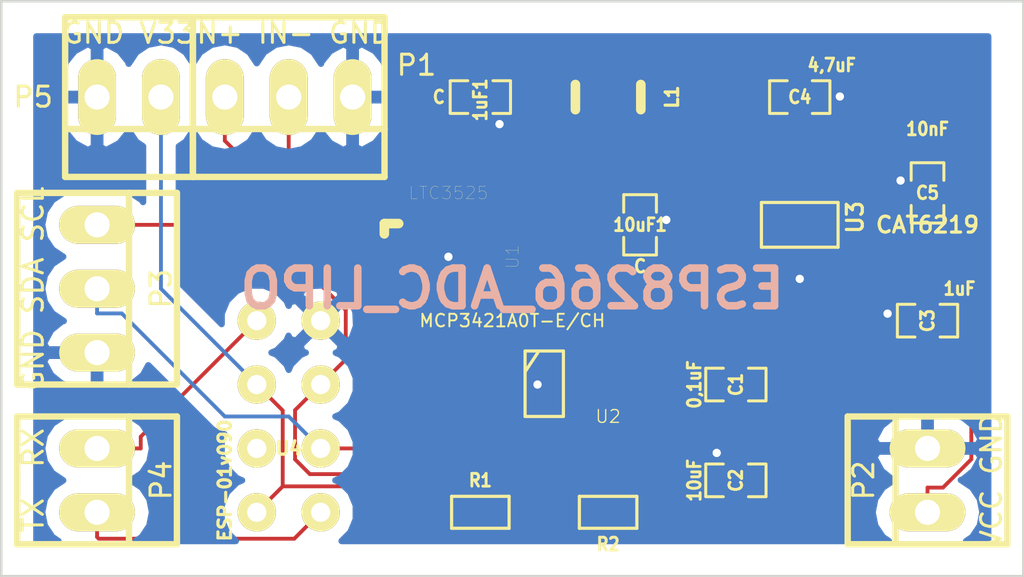
<source format=kicad_pcb>
(kicad_pcb (version 3) (host pcbnew "(2014-jan-25)-product")

  (general
    (links 44)
    (no_connects 0)
    (area 12.684743 163.779999 55.895257 186.740001)
    (thickness 1.6)
    (drawings 7)
    (tracks 134)
    (zones 0)
    (modules 19)
    (nets 14)
  )

  (page A4)
  (layers
    (15 F.Cu signal)
    (0 B.Cu signal)
    (16 B.Adhes user)
    (17 F.Adhes user)
    (18 B.Paste user)
    (19 F.Paste user)
    (20 B.SilkS user hide)
    (21 F.SilkS user hide)
    (22 B.Mask user)
    (23 F.Mask user hide)
    (24 Dwgs.User user)
    (25 Cmts.User user)
    (26 Eco1.User user)
    (27 Eco2.User user)
    (28 Edge.Cuts user)
  )

  (setup
    (last_trace_width 0.1524)
    (trace_clearance 0.1524)
    (zone_clearance 0.508)
    (zone_45_only no)
    (trace_min 0.1524)
    (segment_width 0.2)
    (edge_width 0.1)
    (via_size 0.6858)
    (via_drill 0.3302)
    (via_min_size 0.6858)
    (via_min_drill 0.3302)
    (uvia_size 0.762)
    (uvia_drill 0.508)
    (uvias_allowed no)
    (uvia_min_size 0)
    (uvia_min_drill 0)
    (pcb_text_width 0.3)
    (pcb_text_size 1.5 1.5)
    (mod_edge_width 0.15)
    (mod_text_size 1 1)
    (mod_text_width 0.15)
    (pad_size 1.5 1.5)
    (pad_drill 0.6)
    (pad_to_mask_clearance 0)
    (aux_axis_origin 0 0)
    (visible_elements FFFFFF7F)
    (pcbplotparams
      (layerselection 272400385)
      (usegerberextensions true)
      (excludeedgelayer true)
      (linewidth 0.150000)
      (plotframeref false)
      (viasonmask false)
      (mode 1)
      (useauxorigin false)
      (hpglpennumber 1)
      (hpglpenspeed 20)
      (hpglpendiameter 15)
      (hpglpenoverlay 2)
      (psnegative false)
      (psa4output false)
      (plotreference true)
      (plotvalue true)
      (plotothertext true)
      (plotinvisibletext false)
      (padsonsilk false)
      (subtractmaskfromsilk false)
      (outputformat 1)
      (mirror false)
      (drillshape 0)
      (scaleselection 1)
      (outputdirectory gerber))
  )

  (net 0 "")
  (net 1 GND)
  (net 2 /VIN33)
  (net 3 /ldo_output)
  (net 4 "Net-(C5-Pad1)")
  (net 5 "Net-(L1-Pad2)")
  (net 6 "Net-(U4-Pad5)")
  (net 7 /sda)
  (net 8 /scl)
  (net 9 /TX)
  (net 10 /RX)
  (net 11 /INPUT-)
  (net 12 /INPUT+)
  (net 13 VCC)

  (net_class Default "This is the default net class."
    (clearance 0.1524)
    (trace_width 0.1524)
    (via_dia 0.6858)
    (via_drill 0.3302)
    (uvia_dia 0.762)
    (uvia_drill 0.508)
    (add_net /INPUT+)
    (add_net /INPUT-)
    (add_net /RX)
    (add_net /TX)
    (add_net /VIN33)
    (add_net /ldo_output)
    (add_net /scl)
    (add_net /sda)
    (add_net GND)
    (add_net "Net-(C5-Pad1)")
    (add_net "Net-(L1-Pad2)")
    (add_net "Net-(U4-Pad5)")
    (add_net VCC)
  )

  (module SMD_Packages:SM0603_Capa (layer F.Cu) (tedit 57475258) (tstamp 574752C8)
    (at 43.18 182.88)
    (path /573A1CB1)
    (attr smd)
    (fp_text reference C2 (at 0 0 90) (layer F.SilkS)
      (effects (font (size 0.508 0.4572) (thickness 0.1143)))
    )
    (fp_text value 10uF (at -1.651 0 90) (layer F.SilkS)
      (effects (font (size 0.508 0.4572) (thickness 0.1143)))
    )
    (fp_line (start 0.50038 0.65024) (end 1.19888 0.65024) (layer F.SilkS) (width 0.11938))
    (fp_line (start -0.50038 0.65024) (end -1.19888 0.65024) (layer F.SilkS) (width 0.11938))
    (fp_line (start 0.50038 -0.65024) (end 1.19888 -0.65024) (layer F.SilkS) (width 0.11938))
    (fp_line (start -1.19888 -0.65024) (end -0.50038 -0.65024) (layer F.SilkS) (width 0.11938))
    (fp_line (start 1.19888 -0.635) (end 1.19888 0.635) (layer F.SilkS) (width 0.11938))
    (fp_line (start -1.19888 0.635) (end -1.19888 -0.635) (layer F.SilkS) (width 0.11938))
    (pad 1 smd rect (at -0.762 0) (size 0.635 1.143) (layers F.Cu F.Paste F.Mask)
      (net 1 GND))
    (pad 2 smd rect (at 0.762 0) (size 0.635 1.143) (layers F.Cu F.Paste F.Mask)
      (net 2 /VIN33))
    (model smd\capacitors\C0603.wrl
      (at (xyz 0 0 0.001))
      (scale (xyz 0.5 0.5 0.5))
      (rotate (xyz 0 0 0))
    )
  )

  (module SMD_Packages:SM0603_Capa (layer F.Cu) (tedit 574C9432) (tstamp 575202C1)
    (at 45.72 167.64 180)
    (path /5739F820)
    (attr smd)
    (fp_text reference C4 (at 0 0 360) (layer F.SilkS)
      (effects (font (size 0.508 0.4572) (thickness 0.1143)))
    )
    (fp_text value 4,7uF (at -1.27 1.27 360) (layer F.SilkS)
      (effects (font (size 0.508 0.4572) (thickness 0.1143)))
    )
    (fp_line (start 0.50038 0.65024) (end 1.19888 0.65024) (layer F.SilkS) (width 0.11938))
    (fp_line (start -0.50038 0.65024) (end -1.19888 0.65024) (layer F.SilkS) (width 0.11938))
    (fp_line (start 0.50038 -0.65024) (end 1.19888 -0.65024) (layer F.SilkS) (width 0.11938))
    (fp_line (start -1.19888 -0.65024) (end -0.50038 -0.65024) (layer F.SilkS) (width 0.11938))
    (fp_line (start 1.19888 -0.635) (end 1.19888 0.635) (layer F.SilkS) (width 0.11938))
    (fp_line (start -1.19888 0.635) (end -1.19888 -0.635) (layer F.SilkS) (width 0.11938))
    (pad 1 smd rect (at -0.762 0 180) (size 0.635 1.143) (layers F.Cu F.Paste F.Mask)
      (net 1 GND))
    (pad 2 smd rect (at 0.762 0 180) (size 0.635 1.143) (layers F.Cu F.Paste F.Mask)
      (net 3 /ldo_output))
    (model smd\capacitors\C0603.wrl
      (at (xyz 0 0 0.001))
      (scale (xyz 0.5 0.5 0.5))
      (rotate (xyz 0 0 0))
    )
  )

  (module Inductors_NEOSID:Neosid_Inductor_SM-NE30_SMD1210 (layer F.Cu) (tedit 574C943A) (tstamp 573E000A)
    (at 38.1 167.64 270)
    (descr "Neosid, Inductor, SM-NE30, SMD1210, Festinduktivitaet, SMD,")
    (tags "Neosid, Inductor, SM-NE30, SMD1210, Festinduktivitaet, SMD,")
    (path /575C568B)
    (attr smd)
    (fp_text reference L1 (at 0 -2.54 450) (layer F.SilkS)
      (effects (font (size 0.5 0.5) (thickness 0.15)))
    )
    (fp_text value 10uH (at 0 3.2004 270) (layer F.SilkS) hide
      (effects (font (thickness 0.3048)))
    )
    (fp_line (start 0.50038 1.30048) (end -0.50038 1.30048) (layer F.SilkS) (width 0.381))
    (fp_line (start 0.50038 -1.30048) (end -0.50038 -1.30048) (layer F.SilkS) (width 0.381))
    (pad 2 smd rect (at 1.6002 0 270) (size 1.00076 1.89992) (layers F.Cu F.Paste F.Mask)
      (net 5 "Net-(L1-Pad2)"))
    (pad 1 smd rect (at -1.6002 0 270) (size 1.00076 1.89992) (layers F.Cu F.Paste F.Mask)
      (net 3 /ldo_output))
  )

  (module SMD_Packages:SM0603 (layer F.Cu) (tedit 574C949D) (tstamp 57448FB7)
    (at 33.02 184.15)
    (path /573A1D51)
    (attr smd)
    (fp_text reference R1 (at 0 -1.27) (layer F.SilkS)
      (effects (font (size 0.508 0.4572) (thickness 0.1143)))
    )
    (fp_text value 10k (at 0 0) (layer F.SilkS) hide
      (effects (font (size 0.508 0.4572) (thickness 0.1143)))
    )
    (fp_line (start -1.143 -0.635) (end 1.143 -0.635) (layer F.SilkS) (width 0.127))
    (fp_line (start 1.143 -0.635) (end 1.143 0.635) (layer F.SilkS) (width 0.127))
    (fp_line (start 1.143 0.635) (end -1.143 0.635) (layer F.SilkS) (width 0.127))
    (fp_line (start -1.143 0.635) (end -1.143 -0.635) (layer F.SilkS) (width 0.127))
    (pad 1 smd rect (at -0.762 0) (size 0.635 1.143) (layers F.Cu F.Paste F.Mask)
      (net 2 /VIN33))
    (pad 2 smd rect (at 0.762 0) (size 0.635 1.143) (layers F.Cu F.Paste F.Mask)
      (net 8 /scl))
    (model smd\resistors\R0603.wrl
      (at (xyz 0 0 0.001))
      (scale (xyz 0.5 0.5 0.5))
      (rotate (xyz 0 0 0))
    )
  )

  (module SMD_Packages:SM0603 (layer F.Cu) (tedit 574C9498) (tstamp 57448FC2)
    (at 38.1 184.15 180)
    (path /573A1D65)
    (attr smd)
    (fp_text reference R2 (at 0 -1.27 360) (layer F.SilkS)
      (effects (font (size 0.508 0.4572) (thickness 0.1143)))
    )
    (fp_text value 10k (at 0 0 180) (layer F.SilkS) hide
      (effects (font (size 0.508 0.4572) (thickness 0.1143)))
    )
    (fp_line (start -1.143 -0.635) (end 1.143 -0.635) (layer F.SilkS) (width 0.127))
    (fp_line (start 1.143 -0.635) (end 1.143 0.635) (layer F.SilkS) (width 0.127))
    (fp_line (start 1.143 0.635) (end -1.143 0.635) (layer F.SilkS) (width 0.127))
    (fp_line (start -1.143 0.635) (end -1.143 -0.635) (layer F.SilkS) (width 0.127))
    (pad 1 smd rect (at -0.762 0 180) (size 0.635 1.143) (layers F.Cu F.Paste F.Mask)
      (net 2 /VIN33))
    (pad 2 smd rect (at 0.762 0 180) (size 0.635 1.143) (layers F.Cu F.Paste F.Mask)
      (net 7 /sda))
    (model smd\resistors\R0603.wrl
      (at (xyz 0 0 0.001))
      (scale (xyz 0.5 0.5 0.5))
      (rotate (xyz 0 0 0))
    )
  )

  (module SMD_Packages:SOT23_6 (layer F.Cu) (tedit 574C95A4) (tstamp 57448FAC)
    (at 35.56 179.07 270)
    (path /5738C96E)
    (fp_text reference U2 (at 1.27 -2.54 360) (layer F.SilkS)
      (effects (font (size 0.508 0.508) (thickness 0.0508)))
    )
    (fp_text value MCP3421A0T-E/CH (at -2.54 1.27 360) (layer F.SilkS)
      (effects (font (size 0.50038 0.50038) (thickness 0.0762)))
    )
    (fp_line (start -0.508 0.762) (end -1.27 0.254) (layer F.SilkS) (width 0.127))
    (fp_line (start 1.27 0.762) (end -1.3335 0.762) (layer F.SilkS) (width 0.127))
    (fp_line (start -1.3335 0.762) (end -1.3335 -0.762) (layer F.SilkS) (width 0.127))
    (fp_line (start -1.3335 -0.762) (end 1.27 -0.762) (layer F.SilkS) (width 0.127))
    (fp_line (start 1.27 -0.762) (end 1.27 0.762) (layer F.SilkS) (width 0.127))
    (pad 6 smd rect (at -0.9525 -1.27 270) (size 0.70104 1.00076) (layers F.Cu F.Paste F.Mask)
      (net 11 /INPUT-))
    (pad 5 smd rect (at 0 -1.27 270) (size 0.70104 1.00076) (layers F.Cu F.Paste F.Mask)
      (net 2 /VIN33))
    (pad 4 smd rect (at 0.9525 -1.27 270) (size 0.70104 1.00076) (layers F.Cu F.Paste F.Mask)
      (net 7 /sda))
    (pad 3 smd rect (at 0.9525 1.27 270) (size 0.70104 1.00076) (layers F.Cu F.Paste F.Mask)
      (net 8 /scl))
    (pad 2 smd rect (at 0 1.27 270) (size 0.70104 1.00076) (layers F.Cu F.Paste F.Mask)
      (net 1 GND))
    (pad 1 smd rect (at -0.9525 1.27 270) (size 0.70104 1.00076) (layers F.Cu F.Paste F.Mask)
      (net 12 /INPUT+))
    (model smd/SOT23_6.wrl
      (at (xyz 0 0 0))
      (scale (xyz 0.11 0.11 0.11))
      (rotate (xyz 0 0 0))
    )
  )

  (module SMD_Packages:SOT23-5 (layer F.Cu) (tedit 574C9447) (tstamp 574DD7F1)
    (at 45.72 172.72)
    (path /5738CCB8)
    (attr smd)
    (fp_text reference U3 (at 2.19964 -0.29972 90) (layer F.SilkS)
      (effects (font (size 0.635 0.635) (thickness 0.127)))
    )
    (fp_text value CAT6219 (at 5.08 0 180) (layer F.SilkS)
      (effects (font (size 0.635 0.635) (thickness 0.127)))
    )
    (fp_line (start 1.524 -0.889) (end 1.524 0.889) (layer F.SilkS) (width 0.127))
    (fp_line (start 1.524 0.889) (end -1.524 0.889) (layer F.SilkS) (width 0.127))
    (fp_line (start -1.524 0.889) (end -1.524 -0.889) (layer F.SilkS) (width 0.127))
    (fp_line (start -1.524 -0.889) (end 1.524 -0.889) (layer F.SilkS) (width 0.127))
    (pad 1 smd rect (at -0.9525 1.27) (size 0.508 0.762) (layers F.Cu F.Paste F.Mask)
      (net 13 VCC))
    (pad 3 smd rect (at 0.9525 1.27) (size 0.508 0.762) (layers F.Cu F.Paste F.Mask)
      (net 13 VCC))
    (pad 5 smd rect (at -0.9525 -1.27) (size 0.508 0.762) (layers F.Cu F.Paste F.Mask)
      (net 3 /ldo_output))
    (pad 2 smd rect (at 0 1.27) (size 0.508 0.762) (layers F.Cu F.Paste F.Mask)
      (net 1 GND))
    (pad 4 smd rect (at 0.9525 -1.27) (size 0.508 0.762) (layers F.Cu F.Paste F.Mask)
      (net 4 "Net-(C5-Pad1)"))
    (model smd/SOT23_5.wrl
      (at (xyz 0 0 0))
      (scale (xyz 0.1 0.1 0.1))
      (rotate (xyz 0 0 0))
    )
  )

  (module ESP01:ESP01 (layer F.Cu) (tedit 574F353D) (tstamp 573E0046)
    (at 25.4 180.34)
    (path /5738C95A)
    (fp_text reference U4 (at 0 1.27) (layer F.SilkS)
      (effects (font (size 0.508 0.508) (thickness 0.127)))
    )
    (fp_text value ESP-01v090 (at -2.54 2.54 90) (layer F.SilkS)
      (effects (font (size 0.5 0.5) (thickness 0.125)))
    )
    (pad 1 thru_hole circle (at -1.27 -3.81) (size 1.524 1.524) (drill 0.762) (layers *.Cu *.Mask F.SilkS)
      (net 10 /RX))
    (pad 2 thru_hole circle (at 1.27 -3.81) (size 1.524 1.524) (drill 0.762) (layers *.Cu *.Mask F.SilkS)
      (net 1 GND))
    (pad 3 thru_hole circle (at -1.27 -1.27) (size 1.524 1.524) (drill 0.762) (layers *.Cu *.Mask F.SilkS)
      (net 2 /VIN33))
    (pad 4 thru_hole circle (at 1.27 -1.27) (size 1.524 1.524) (drill 0.762) (layers *.Cu *.Mask F.SilkS)
      (net 8 /scl))
    (pad 5 thru_hole circle (at -1.27 1.27) (size 1.524 1.524) (drill 0.762) (layers *.Cu *.Mask F.SilkS)
      (net 6 "Net-(U4-Pad5)"))
    (pad 6 thru_hole circle (at 1.27 1.27) (size 1.524 1.524) (drill 0.762) (layers *.Cu *.Mask F.SilkS)
      (net 7 /sda))
    (pad 7 thru_hole circle (at -1.27 3.81) (size 1.524 1.524) (drill 0.762) (layers *.Cu *.Mask F.SilkS)
      (net 2 /VIN33))
    (pad 8 thru_hole circle (at 1.27 3.81) (size 1.524 1.524) (drill 0.762) (layers *.Cu *.Mask F.SilkS)
      (net 9 /TX))
  )

  (module Connect:PINHEAD1-2 (layer F.Cu) (tedit 575C7DE5) (tstamp 574F356C)
    (at 50.8 182.88 90)
    (path /57472654)
    (attr virtual)
    (fp_text reference P2 (at 0 -2.54 90) (layer F.SilkS)
      (effects (font (size 0.8 0.8) (thickness 0.12)))
    )
    (fp_text value "VCC GND" (at 0 2.54 90) (layer F.SilkS)
      (effects (font (size 0.8 0.8) (thickness 0.12)))
    )
    (fp_line (start 2.54 -1.27) (end -2.54 -1.27) (layer F.SilkS) (width 0.254))
    (fp_line (start 2.54 3.175) (end -2.54 3.175) (layer F.SilkS) (width 0.254))
    (fp_line (start -2.54 -3.175) (end 2.54 -3.175) (layer F.SilkS) (width 0.254))
    (fp_line (start -2.54 -3.175) (end -2.54 3.175) (layer F.SilkS) (width 0.254))
    (fp_line (start 2.54 -3.175) (end 2.54 3.175) (layer F.SilkS) (width 0.254))
    (pad 1 thru_hole oval (at -1.27 0 90) (size 1.50622 3.01498) (drill 0.99822) (layers *.Cu *.Mask F.SilkS)
      (net 13 VCC))
    (pad 2 thru_hole oval (at 1.27 0 90) (size 1.50622 3.01498) (drill 0.99822) (layers *.Cu *.Mask F.SilkS)
      (net 1 GND))
  )

  (module Connect:PINHEAD1-3 (layer F.Cu) (tedit 575C7DCF) (tstamp 574B563E)
    (at 17.78 175.26 270)
    (path /574B347B)
    (attr virtual)
    (fp_text reference P3 (at 0 -2.54 270) (layer F.SilkS)
      (effects (font (size 0.8 0.8) (thickness 0.12)))
    )
    (fp_text value "GND SDA SCL" (at 0 2.54 270) (layer F.SilkS)
      (effects (font (size 0.8 0.8) (thickness 0.12)))
    )
    (fp_line (start -3.81 -3.175) (end -3.81 3.175) (layer F.SilkS) (width 0.254))
    (fp_line (start 3.81 -3.175) (end 3.81 3.175) (layer F.SilkS) (width 0.254))
    (fp_line (start 3.81 -1.27) (end -3.81 -1.27) (layer F.SilkS) (width 0.254))
    (fp_line (start -3.81 -3.175) (end 3.81 -3.175) (layer F.SilkS) (width 0.254))
    (fp_line (start 3.81 3.175) (end -3.81 3.175) (layer F.SilkS) (width 0.254))
    (pad 1 thru_hole oval (at -2.54 0 270) (size 1.50622 3.01498) (drill 0.99822) (layers *.Cu *.Mask F.SilkS)
      (net 8 /scl))
    (pad 2 thru_hole oval (at 0 0 270) (size 1.50622 3.01498) (drill 0.99822) (layers *.Cu *.Mask F.SilkS)
      (net 7 /sda))
    (pad 3 thru_hole oval (at 2.54 0 270) (size 1.50622 3.01498) (drill 0.99822) (layers *.Cu *.Mask F.SilkS)
      (net 1 GND))
  )

  (module Connect:PINHEAD1-2 (layer F.Cu) (tedit 575C7DD9) (tstamp 574B5649)
    (at 17.78 182.88 270)
    (path /574B5592)
    (attr virtual)
    (fp_text reference P4 (at 0 -2.54 270) (layer F.SilkS)
      (effects (font (size 0.8 0.8) (thickness 0.12)))
    )
    (fp_text value "TX  RX" (at 0 2.54 270) (layer F.SilkS)
      (effects (font (size 0.8 0.8) (thickness 0.12)))
    )
    (fp_line (start 2.54 -1.27) (end -2.54 -1.27) (layer F.SilkS) (width 0.254))
    (fp_line (start 2.54 3.175) (end -2.54 3.175) (layer F.SilkS) (width 0.254))
    (fp_line (start -2.54 -3.175) (end 2.54 -3.175) (layer F.SilkS) (width 0.254))
    (fp_line (start -2.54 -3.175) (end -2.54 3.175) (layer F.SilkS) (width 0.254))
    (fp_line (start 2.54 -3.175) (end 2.54 3.175) (layer F.SilkS) (width 0.254))
    (pad 1 thru_hole oval (at -1.27 0 270) (size 1.50622 3.01498) (drill 0.99822) (layers *.Cu *.Mask F.SilkS)
      (net 10 /RX))
    (pad 2 thru_hole oval (at 1.27 0 270) (size 1.50622 3.01498) (drill 0.99822) (layers *.Cu *.Mask F.SilkS)
      (net 9 /TX))
  )

  (module Connect:PINHEAD1-2 (layer F.Cu) (tedit 575C7DA8) (tstamp 574B5654)
    (at 19.05 167.64 180)
    (path /574B55AA)
    (attr virtual)
    (fp_text reference P5 (at 3.81 0 180) (layer F.SilkS)
      (effects (font (size 0.8 0.8) (thickness 0.12)))
    )
    (fp_text value "GND V33" (at 0 2.54 180) (layer F.SilkS)
      (effects (font (size 0.8 0.8) (thickness 0.12)))
    )
    (fp_line (start 2.54 -1.27) (end -2.54 -1.27) (layer F.SilkS) (width 0.254))
    (fp_line (start 2.54 3.175) (end -2.54 3.175) (layer F.SilkS) (width 0.254))
    (fp_line (start -2.54 -3.175) (end 2.54 -3.175) (layer F.SilkS) (width 0.254))
    (fp_line (start -2.54 -3.175) (end -2.54 3.175) (layer F.SilkS) (width 0.254))
    (fp_line (start 2.54 -3.175) (end 2.54 3.175) (layer F.SilkS) (width 0.254))
    (pad 1 thru_hole oval (at -1.27 0 180) (size 1.50622 3.01498) (drill 0.99822) (layers *.Cu *.Mask F.SilkS)
      (net 2 /VIN33))
    (pad 2 thru_hole oval (at 1.27 0 180) (size 1.50622 3.01498) (drill 0.99822) (layers *.Cu *.Mask F.SilkS)
      (net 1 GND))
  )

  (module Connect:PINHEAD1-3 (layer F.Cu) (tedit 575C7DBD) (tstamp 574F3591)
    (at 25.4 167.64 180)
    (path /574727C8)
    (attr virtual)
    (fp_text reference P1 (at -5.08 1.27 180) (layer F.SilkS)
      (effects (font (size 0.8 0.8) (thickness 0.12)))
    )
    (fp_text value "IN+ IN- GND" (at 0 2.54 180) (layer F.SilkS)
      (effects (font (size 0.8 0.8) (thickness 0.12)))
    )
    (fp_line (start -3.81 -3.175) (end -3.81 3.175) (layer F.SilkS) (width 0.254))
    (fp_line (start 3.81 -3.175) (end 3.81 3.175) (layer F.SilkS) (width 0.254))
    (fp_line (start 3.81 -1.27) (end -3.81 -1.27) (layer F.SilkS) (width 0.254))
    (fp_line (start -3.81 -3.175) (end 3.81 -3.175) (layer F.SilkS) (width 0.254))
    (fp_line (start 3.81 3.175) (end -3.81 3.175) (layer F.SilkS) (width 0.254))
    (pad 1 thru_hole oval (at -2.54 0 180) (size 1.50622 3.01498) (drill 0.99822) (layers *.Cu *.Mask F.SilkS)
      (net 1 GND))
    (pad 2 thru_hole oval (at 0 0 180) (size 1.50622 3.01498) (drill 0.99822) (layers *.Cu *.Mask F.SilkS)
      (net 11 /INPUT-))
    (pad 3 thru_hole oval (at 2.54 0 180) (size 1.50622 3.01498) (drill 0.99822) (layers *.Cu *.Mask F.SilkS)
      (net 12 /INPUT+))
  )

  (module SMD_Packages:SM0603_Capa (layer F.Cu) (tedit 574C6C2C) (tstamp 573DFFBA)
    (at 43.18 179.07)
    (path /573A1C9D)
    (attr smd)
    (fp_text reference C1 (at 0 0 90) (layer F.SilkS)
      (effects (font (size 0.508 0.4572) (thickness 0.1143)))
    )
    (fp_text value 0,1uF (at -1.651 0 90) (layer F.SilkS)
      (effects (font (size 0.508 0.4572) (thickness 0.1143)))
    )
    (fp_line (start 0.50038 0.65024) (end 1.19888 0.65024) (layer F.SilkS) (width 0.11938))
    (fp_line (start -0.50038 0.65024) (end -1.19888 0.65024) (layer F.SilkS) (width 0.11938))
    (fp_line (start 0.50038 -0.65024) (end 1.19888 -0.65024) (layer F.SilkS) (width 0.11938))
    (fp_line (start -1.19888 -0.65024) (end -0.50038 -0.65024) (layer F.SilkS) (width 0.11938))
    (fp_line (start 1.19888 -0.635) (end 1.19888 0.635) (layer F.SilkS) (width 0.11938))
    (fp_line (start -1.19888 0.635) (end -1.19888 -0.635) (layer F.SilkS) (width 0.11938))
    (pad 1 smd rect (at -0.762 0) (size 0.635 1.143) (layers F.Cu F.Paste F.Mask)
      (net 1 GND))
    (pad 2 smd rect (at 0.762 0) (size 0.635 1.143) (layers F.Cu F.Paste F.Mask)
      (net 2 /VIN33))
    (model smd\capacitors\C0603.wrl
      (at (xyz 0 0 0.001))
      (scale (xyz 0.5 0.5 0.5))
      (rotate (xyz 0 0 0))
    )
  )

  (module SMD_Packages:SM0603_Capa (layer F.Cu) (tedit 574C95AE) (tstamp 575202F3)
    (at 50.8 176.53)
    (path /5739F80C)
    (attr smd)
    (fp_text reference C3 (at 0 0 90) (layer F.SilkS)
      (effects (font (size 0.508 0.4572) (thickness 0.1143)))
    )
    (fp_text value 1uF (at 1.27 -1.27 180) (layer F.SilkS)
      (effects (font (size 0.508 0.4572) (thickness 0.1143)))
    )
    (fp_line (start 0.50038 0.65024) (end 1.19888 0.65024) (layer F.SilkS) (width 0.11938))
    (fp_line (start -0.50038 0.65024) (end -1.19888 0.65024) (layer F.SilkS) (width 0.11938))
    (fp_line (start 0.50038 -0.65024) (end 1.19888 -0.65024) (layer F.SilkS) (width 0.11938))
    (fp_line (start -1.19888 -0.65024) (end -0.50038 -0.65024) (layer F.SilkS) (width 0.11938))
    (fp_line (start 1.19888 -0.635) (end 1.19888 0.635) (layer F.SilkS) (width 0.11938))
    (fp_line (start -1.19888 0.635) (end -1.19888 -0.635) (layer F.SilkS) (width 0.11938))
    (pad 1 smd rect (at -0.762 0) (size 0.635 1.143) (layers F.Cu F.Paste F.Mask)
      (net 1 GND))
    (pad 2 smd rect (at 0.762 0) (size 0.635 1.143) (layers F.Cu F.Paste F.Mask)
      (net 13 VCC))
    (model smd\capacitors\C0603.wrl
      (at (xyz 0 0 0.001))
      (scale (xyz 0.5 0.5 0.5))
      (rotate (xyz 0 0 0))
    )
  )

  (module SMD_Packages:SM0603_Capa (layer F.Cu) (tedit 574F3528) (tstamp 573E199D)
    (at 50.8 171.45 90)
    (path /5739F988)
    (attr smd)
    (fp_text reference C5 (at 0 0 180) (layer F.SilkS)
      (effects (font (size 0.508 0.4572) (thickness 0.1143)))
    )
    (fp_text value 10nF (at 2.54 0 180) (layer F.SilkS)
      (effects (font (size 0.508 0.4572) (thickness 0.1143)))
    )
    (fp_line (start 0.50038 0.65024) (end 1.19888 0.65024) (layer F.SilkS) (width 0.11938))
    (fp_line (start -0.50038 0.65024) (end -1.19888 0.65024) (layer F.SilkS) (width 0.11938))
    (fp_line (start 0.50038 -0.65024) (end 1.19888 -0.65024) (layer F.SilkS) (width 0.11938))
    (fp_line (start -1.19888 -0.65024) (end -0.50038 -0.65024) (layer F.SilkS) (width 0.11938))
    (fp_line (start 1.19888 -0.635) (end 1.19888 0.635) (layer F.SilkS) (width 0.11938))
    (fp_line (start -1.19888 0.635) (end -1.19888 -0.635) (layer F.SilkS) (width 0.11938))
    (pad 1 smd rect (at -0.762 0 90) (size 0.635 1.143) (layers F.Cu F.Paste F.Mask)
      (net 4 "Net-(C5-Pad1)"))
    (pad 2 smd rect (at 0.762 0 90) (size 0.635 1.143) (layers F.Cu F.Paste F.Mask)
      (net 1 GND))
    (model smd\capacitors\C0603.wrl
      (at (xyz 0 0 0.001))
      (scale (xyz 0.5 0.5 0.5))
      (rotate (xyz 0 0 0))
    )
  )

  (module SMD_Packages:SM0603_Capa (layer F.Cu) (tedit 575D1A12) (tstamp 575C5D64)
    (at 33.02 167.64)
    (path /575C575F)
    (attr smd)
    (fp_text reference 1uF1 (at 0 0.109999 90) (layer F.SilkS)
      (effects (font (size 0.508 0.4572) (thickness 0.1143)))
    )
    (fp_text value C (at -1.651 0 180) (layer F.SilkS)
      (effects (font (size 0.508 0.4572) (thickness 0.1143)))
    )
    (fp_line (start 0.50038 0.65024) (end 1.19888 0.65024) (layer F.SilkS) (width 0.11938))
    (fp_line (start -0.50038 0.65024) (end -1.19888 0.65024) (layer F.SilkS) (width 0.11938))
    (fp_line (start 0.50038 -0.65024) (end 1.19888 -0.65024) (layer F.SilkS) (width 0.11938))
    (fp_line (start -1.19888 -0.65024) (end -0.50038 -0.65024) (layer F.SilkS) (width 0.11938))
    (fp_line (start 1.19888 -0.635) (end 1.19888 0.635) (layer F.SilkS) (width 0.11938))
    (fp_line (start -1.19888 0.635) (end -1.19888 -0.635) (layer F.SilkS) (width 0.11938))
    (pad 1 smd rect (at -0.762 0) (size 0.635 1.143) (layers F.Cu F.Paste F.Mask)
      (net 3 /ldo_output))
    (pad 2 smd rect (at 0.762 0) (size 0.635 1.143) (layers F.Cu F.Paste F.Mask)
      (net 1 GND))
    (model smd\capacitors\C0603.wrl
      (at (xyz 0 0 0.001))
      (scale (xyz 0.5 0.5 0.5))
      (rotate (xyz 0 0 0))
    )
  )

  (module SMD_Packages:SM0603_Capa (layer F.Cu) (tedit 575C5D55) (tstamp 575C5D70)
    (at 39.37 172.72 90)
    (path /575C57F8)
    (attr smd)
    (fp_text reference 10uF1 (at 0 0 180) (layer F.SilkS)
      (effects (font (size 0.508 0.4572) (thickness 0.1143)))
    )
    (fp_text value C (at -1.651 0 180) (layer F.SilkS)
      (effects (font (size 0.508 0.4572) (thickness 0.1143)))
    )
    (fp_line (start 0.50038 0.65024) (end 1.19888 0.65024) (layer F.SilkS) (width 0.11938))
    (fp_line (start -0.50038 0.65024) (end -1.19888 0.65024) (layer F.SilkS) (width 0.11938))
    (fp_line (start 0.50038 -0.65024) (end 1.19888 -0.65024) (layer F.SilkS) (width 0.11938))
    (fp_line (start -1.19888 -0.65024) (end -0.50038 -0.65024) (layer F.SilkS) (width 0.11938))
    (fp_line (start 1.19888 -0.635) (end 1.19888 0.635) (layer F.SilkS) (width 0.11938))
    (fp_line (start -1.19888 0.635) (end -1.19888 -0.635) (layer F.SilkS) (width 0.11938))
    (pad 1 smd rect (at -0.762 0 90) (size 0.635 1.143) (layers F.Cu F.Paste F.Mask)
      (net 2 /VIN33))
    (pad 2 smd rect (at 0.762 0 90) (size 0.635 1.143) (layers F.Cu F.Paste F.Mask)
      (net 1 GND))
    (model smd\capacitors\C0603.wrl
      (at (xyz 0 0 0.001))
      (scale (xyz 0.5 0.5 0.5))
      (rotate (xyz 0 0 0))
    )
  )

  (module Housings_SOT-23_SOT-143_TSOT-6:SC70-6_Handsoldering (layer F.Cu) (tedit 575C5DA0) (tstamp 575C5D7C)
    (at 31.75 173.99 270)
    (descr "SC70-6, Handsoldering,")
    (tags "SC70-6, Handsoldering,")
    (path /575C5589)
    (attr smd)
    (fp_text reference U1 (at 0 -2.54 270) (layer F.SilkS)
      (effects (font (size 0.5 0.5) (thickness 0.01)))
    )
    (fp_text value LTC3525 (at -2.54 0 360) (layer F.SilkS)
      (effects (font (size 0.5 0.5) (thickness 0.01)))
    )
    (fp_line (start -1.3208 1.97866) (end -1.3208 2.54762) (layer F.SilkS) (width 0.381))
    (fp_line (start -1.3208 2.54762) (end -0.90932 2.54762) (layer F.SilkS) (width 0.381))
    (pad 1 smd rect (at -0.65024 1.33096 270) (size 0.39878 1.50114) (layers F.Cu F.Paste F.Mask)
      (net 3 /ldo_output))
    (pad 2 smd rect (at 0 1.33096 270) (size 0.39878 1.50114) (layers F.Cu F.Paste F.Mask)
      (net 1 GND))
    (pad 3 smd rect (at 0.65024 1.33096 270) (size 0.39878 1.50114) (layers F.Cu F.Paste F.Mask)
      (net 3 /ldo_output))
    (pad 4 smd rect (at 0.65024 -1.33096 270) (size 0.39878 1.50114) (layers F.Cu F.Paste F.Mask)
      (net 2 /VIN33))
    (pad 5 smd rect (at 0 -1.33096 270) (size 0.39878 1.50114) (layers F.Cu F.Paste F.Mask)
      (net 1 GND))
    (pad 6 smd rect (at -0.65024 -1.33096 270) (size 0.39878 1.50114) (layers F.Cu F.Paste F.Mask)
      (net 5 "Net-(L1-Pad2)"))
  )

  (gr_line (start 54.61 163.83) (end 54.61 186.69) (angle 90) (layer Edge.Cuts) (width 0.1))
  (gr_line (start 13.97 163.83) (end 13.97 186.69) (angle 90) (layer Edge.Cuts) (width 0.1))
  (gr_line (start 13.97 163.83) (end 13.97 165.1) (angle 90) (layer Edge.Cuts) (width 0.1))
  (gr_line (start 13.97 165.1) (end 13.97 163.83) (angle 90) (layer Edge.Cuts) (width 0.1))
  (gr_text ESP8266_ADC_LIPO (at 34.29 175.26) (layer B.SilkS)
    (effects (font (size 1.5 1.5) (thickness 0.3)) (justify mirror))
  )
  (gr_line (start 13.97 163.83) (end 54.61 163.83) (angle 90) (layer Edge.Cuts) (width 0.1))
  (gr_line (start 54.61 186.69) (end 13.97 186.69) (angle 90) (layer Edge.Cuts) (width 0.1))

  (via (at 31.75 173.99) (size 0.6858) (layers F.Cu B.Cu) (net 1))
  (via (at 40.4134 172.5231) (size 0.6858) (layers F.Cu B.Cu) (net 1))
  (via (at 33.782 168.7154) (size 0.6858) (layers F.Cu B.Cu) (net 1))
  (via (at 49.7283 170.9593) (size 0.6858) (layers F.Cu B.Cu) (net 1))
  (via (at 49.2116 176.25) (size 0.6858) (layers F.Cu B.Cu) (net 1))
  (via (at 47.3142 167.6178) (size 0.6858) (layers F.Cu B.Cu) (net 1))
  (via (at 42.418 181.7887) (size 0.6858) (layers F.Cu B.Cu) (net 1))
  (via (at 45.72 174.8687) (size 0.6858) (layers F.Cu B.Cu) (net 1))
  (via (at 35.2932 179.07) (size 0.6858) (layers F.Cu B.Cu) (net 1))
  (segment (start 30.419 173.99) (end 31.75 173.99) (width 0.1524) (layer F.Cu) (net 1))
  (segment (start 31.75 173.99) (end 33.081 173.99) (width 0.1524) (layer F.Cu) (net 1))
  (segment (start 39.37 171.958) (end 39.37 172.5044) (width 0.1524) (layer F.Cu) (net 1))
  (segment (start 39.3887 172.5231) (end 39.37 172.5044) (width 0.1524) (layer F.Cu) (net 1))
  (segment (start 40.4134 172.5231) (end 39.3887 172.5231) (width 0.1524) (layer F.Cu) (net 1))
  (segment (start 33.782 168.7154) (end 33.782 167.64) (width 0.1524) (layer F.Cu) (net 1))
  (segment (start 50.8 170.688) (end 49.9996 170.688) (width 0.1524) (layer F.Cu) (net 1))
  (segment (start 49.7283 170.9593) (end 49.9996 170.688) (width 0.1524) (layer F.Cu) (net 1))
  (segment (start 50.038 176.53) (end 49.4916 176.53) (width 0.1524) (layer F.Cu) (net 1))
  (segment (start 49.2116 176.25) (end 49.4916 176.53) (width 0.1524) (layer F.Cu) (net 1))
  (segment (start 46.482 167.64) (end 47.0284 167.64) (width 0.1524) (layer F.Cu) (net 1))
  (segment (start 47.0506 167.6178) (end 47.0284 167.64) (width 0.1524) (layer F.Cu) (net 1))
  (segment (start 47.3142 167.6178) (end 47.0506 167.6178) (width 0.1524) (layer F.Cu) (net 1))
  (segment (start 45.72 174.8687) (end 45.72 173.99) (width 0.1524) (layer F.Cu) (net 1))
  (segment (start 34.29 179.07) (end 35.2932 179.07) (width 0.1524) (layer F.Cu) (net 1))
  (segment (start 42.418 182.88) (end 42.418 181.7887) (width 0.1524) (layer F.Cu) (net 1))
  (segment (start 42.418 181.7887) (end 42.418 179.07) (width 0.1524) (layer F.Cu) (net 1))
  (segment (start 20.32 167.64) (end 20.32 175.26) (width 0.1524) (layer B.Cu) (net 2))
  (segment (start 20.32 175.26) (end 24.13 179.07) (width 0.1524) (layer B.Cu) (net 2) (tstamp 575D2595))
  (segment (start 20.32 167.64) (end 20.32 168.91) (width 0.1524) (layer F.Cu) (net 2))
  (segment (start 39.37 173.482) (end 39.37 174.0284) (width 0.1524) (layer F.Cu) (net 2))
  (segment (start 25.1619 180.1019) (end 25.1619 183.1181) (width 0.1524) (layer F.Cu) (net 2))
  (segment (start 24.13 179.07) (end 25.1619 180.1019) (width 0.1524) (layer F.Cu) (net 2))
  (segment (start 24.13 184.15) (end 25.1619 183.1181) (width 0.1524) (layer F.Cu) (net 2))
  (segment (start 43.3956 183.1532) (end 43.3956 182.88) (width 0.1524) (layer F.Cu) (net 2))
  (segment (start 42.3988 184.15) (end 43.3956 183.1532) (width 0.1524) (layer F.Cu) (net 2))
  (segment (start 38.862 184.15) (end 42.3988 184.15) (width 0.1524) (layer F.Cu) (net 2))
  (segment (start 38.862 184.15) (end 38.3156 184.15) (width 0.1524) (layer F.Cu) (net 2))
  (segment (start 43.6688 179.07) (end 43.6688 182.88) (width 0.1524) (layer F.Cu) (net 2))
  (segment (start 43.942 182.88) (end 43.6688 182.88) (width 0.1524) (layer F.Cu) (net 2))
  (segment (start 43.6688 182.88) (end 43.3956 182.88) (width 0.1524) (layer F.Cu) (net 2))
  (segment (start 43.942 179.07) (end 43.6688 179.07) (width 0.1524) (layer F.Cu) (net 2))
  (segment (start 30.6797 183.1181) (end 25.1619 183.1181) (width 0.1524) (layer F.Cu) (net 2))
  (segment (start 31.7116 184.15) (end 30.6797 183.1181) (width 0.1524) (layer F.Cu) (net 2))
  (segment (start 32.258 184.15) (end 32.8044 184.15) (width 0.1524) (layer F.Cu) (net 2))
  (segment (start 32.258 184.15) (end 31.7116 184.15) (width 0.1524) (layer F.Cu) (net 2))
  (segment (start 36.83 179.07) (end 37.5593 179.07) (width 0.1524) (layer F.Cu) (net 2))
  (segment (start 37.5593 174.6402) (end 37.5593 179.07) (width 0.1524) (layer F.Cu) (net 2))
  (segment (start 33.081 174.6402) (end 37.5593 174.6402) (width 0.1524) (layer F.Cu) (net 2))
  (segment (start 38.7582 174.6402) (end 39.37 174.0284) (width 0.1524) (layer F.Cu) (net 2))
  (segment (start 37.5593 174.6402) (end 38.7582 174.6402) (width 0.1524) (layer F.Cu) (net 2))
  (segment (start 38.3156 184.4232) (end 38.3156 184.15) (width 0.1524) (layer F.Cu) (net 2))
  (segment (start 37.7883 184.9505) (end 38.3156 184.4232) (width 0.1524) (layer F.Cu) (net 2))
  (segment (start 33.3317 184.9505) (end 37.7883 184.9505) (width 0.1524) (layer F.Cu) (net 2))
  (segment (start 32.8044 184.4232) (end 33.3317 184.9505) (width 0.1524) (layer F.Cu) (net 2))
  (segment (start 32.8044 184.15) (end 32.8044 184.4232) (width 0.1524) (layer F.Cu) (net 2))
  (segment (start 38.3156 179.8263) (end 37.5593 179.07) (width 0.1524) (layer F.Cu) (net 2))
  (segment (start 38.3156 184.15) (end 38.3156 179.8263) (width 0.1524) (layer F.Cu) (net 2))
  (segment (start 29.4395 174.6402) (end 29.4395 173.3398) (width 0.1524) (layer F.Cu) (net 3))
  (segment (start 30.419 174.6402) (end 29.4395 174.6402) (width 0.1524) (layer F.Cu) (net 3))
  (segment (start 30.419 173.3398) (end 29.9293 173.3398) (width 0.1524) (layer F.Cu) (net 3))
  (segment (start 29.9293 173.3398) (end 29.4395 173.3398) (width 0.1524) (layer F.Cu) (net 3))
  (segment (start 29.9293 169.4223) (end 31.7116 167.64) (width 0.1524) (layer F.Cu) (net 3))
  (segment (start 29.9293 173.3398) (end 29.9293 169.4223) (width 0.1524) (layer F.Cu) (net 3))
  (segment (start 44.7675 168.6309) (end 44.958 168.4404) (width 0.1524) (layer F.Cu) (net 3))
  (segment (start 44.7675 171.45) (end 44.7675 168.6309) (width 0.1524) (layer F.Cu) (net 3))
  (segment (start 44.958 167.64) (end 44.958 168.4404) (width 0.1524) (layer F.Cu) (net 3))
  (segment (start 42.8114 166.0398) (end 44.4116 167.64) (width 0.1524) (layer F.Cu) (net 3))
  (segment (start 38.1 166.0398) (end 42.8114 166.0398) (width 0.1524) (layer F.Cu) (net 3))
  (segment (start 44.958 167.64) (end 44.4116 167.64) (width 0.1524) (layer F.Cu) (net 3))
  (segment (start 32.258 167.64) (end 31.9848 167.64) (width 0.1524) (layer F.Cu) (net 3))
  (segment (start 31.9848 167.64) (end 31.7116 167.64) (width 0.1524) (layer F.Cu) (net 3))
  (segment (start 33.585 166.0398) (end 38.1 166.0398) (width 0.1524) (layer F.Cu) (net 3))
  (segment (start 31.9848 167.64) (end 33.585 166.0398) (width 0.1524) (layer F.Cu) (net 3))
  (segment (start 49.8475 172.0599) (end 49.9996 172.212) (width 0.1524) (layer F.Cu) (net 4))
  (segment (start 46.6725 172.0599) (end 49.8475 172.0599) (width 0.1524) (layer F.Cu) (net 4))
  (segment (start 46.6725 171.45) (end 46.6725 172.0599) (width 0.1524) (layer F.Cu) (net 4))
  (segment (start 50.8 172.212) (end 49.9996 172.212) (width 0.1524) (layer F.Cu) (net 4))
  (segment (start 37.4308 169.9695) (end 38.1 169.9695) (width 0.1524) (layer F.Cu) (net 5))
  (segment (start 34.0605 173.3398) (end 37.4308 169.9695) (width 0.1524) (layer F.Cu) (net 5))
  (segment (start 33.081 173.3398) (end 34.0605 173.3398) (width 0.1524) (layer F.Cu) (net 5))
  (segment (start 38.1 169.2402) (end 38.1 169.9695) (width 0.1524) (layer F.Cu) (net 5))
  (segment (start 25.4 180.34) (end 26.67 181.61) (width 0.1524) (layer B.Cu) (net 7))
  (segment (start 22.86 180.34) (end 25.4 180.34) (width 0.1524) (layer B.Cu) (net 7))
  (segment (start 18.762 176.242) (end 22.86 180.34) (width 0.1524) (layer B.Cu) (net 7))
  (segment (start 17.78 176.242) (end 18.762 176.242) (width 0.1524) (layer B.Cu) (net 7))
  (segment (start 17.78 175.26) (end 17.78 176.242) (width 0.1524) (layer B.Cu) (net 7))
  (segment (start 36.83 180.0225) (end 36.83 180.6019) (width 0.1524) (layer F.Cu) (net 7))
  (segment (start 37.338 184.15) (end 37.338 183.3496) (width 0.1524) (layer F.Cu) (net 7))
  (segment (start 35.8219 181.8335) (end 37.338 183.3496) (width 0.1524) (layer F.Cu) (net 7))
  (segment (start 35.8219 181.61) (end 35.8219 181.8335) (width 0.1524) (layer F.Cu) (net 7))
  (segment (start 26.67 181.61) (end 35.8219 181.61) (width 0.1524) (layer F.Cu) (net 7))
  (segment (start 35.8219 181.61) (end 36.83 180.6019) (width 0.1524) (layer F.Cu) (net 7))
  (segment (start 29.6191 180.0225) (end 34.29 180.0225) (width 0.1524) (layer F.Cu) (net 8))
  (segment (start 27.6683 178.0717) (end 29.6191 180.0225) (width 0.1524) (layer F.Cu) (net 8))
  (segment (start 24.2769 172.72) (end 17.78 172.72) (width 0.1524) (layer F.Cu) (net 8))
  (segment (start 27.6683 176.1114) (end 24.2769 172.72) (width 0.1524) (layer F.Cu) (net 8))
  (segment (start 27.6683 178.0717) (end 27.6683 176.1114) (width 0.1524) (layer F.Cu) (net 8))
  (segment (start 27.6683 178.0717) (end 26.67 179.07) (width 0.1524) (layer F.Cu) (net 8))
  (segment (start 33.2356 183.8768) (end 33.2356 184.15) (width 0.1524) (layer F.Cu) (net 8))
  (segment (start 31.9911 182.6323) (end 33.2356 183.8768) (width 0.1524) (layer F.Cu) (net 8))
  (segment (start 26.2394 182.6323) (end 31.9911 182.6323) (width 0.1524) (layer F.Cu) (net 8))
  (segment (start 25.6523 182.0452) (end 26.2394 182.6323) (width 0.1524) (layer F.Cu) (net 8))
  (segment (start 25.6523 180.0877) (end 25.6523 182.0452) (width 0.1524) (layer F.Cu) (net 8))
  (segment (start 26.67 179.07) (end 25.6523 180.0877) (width 0.1524) (layer F.Cu) (net 8))
  (segment (start 33.782 184.15) (end 33.2356 184.15) (width 0.1524) (layer F.Cu) (net 8))
  (segment (start 25.6196 185.2004) (end 26.67 184.15) (width 0.1524) (layer F.Cu) (net 9))
  (segment (start 17.8484 185.2004) (end 25.6196 185.2004) (width 0.1524) (layer F.Cu) (net 9))
  (segment (start 17.78 185.132) (end 17.8484 185.2004) (width 0.1524) (layer F.Cu) (net 9))
  (segment (start 17.78 184.15) (end 17.78 185.132) (width 0.1524) (layer F.Cu) (net 9))
  (segment (start 19.5164 181.1436) (end 24.13 176.53) (width 0.1524) (layer F.Cu) (net 10))
  (segment (start 19.5164 181.61) (end 19.5164 181.1436) (width 0.1524) (layer F.Cu) (net 10))
  (segment (start 17.78 181.61) (end 19.5164 181.61) (width 0.1524) (layer F.Cu) (net 10))
  (segment (start 36.83 178.1175) (end 36.83 177.5381) (width 0.1524) (layer F.Cu) (net 11))
  (segment (start 25.4 167.64) (end 25.4 169.3764) (width 0.1524) (layer F.Cu) (net 11))
  (segment (start 25.4 171.0722) (end 25.4 169.3764) (width 0.1524) (layer F.Cu) (net 11))
  (segment (start 31.8659 177.5381) (end 25.4 171.0722) (width 0.1524) (layer F.Cu) (net 11))
  (segment (start 36.83 177.5381) (end 31.8659 177.5381) (width 0.1524) (layer F.Cu) (net 11))
  (segment (start 31.6011 178.1175) (end 34.29 178.1175) (width 0.1524) (layer F.Cu) (net 12))
  (segment (start 22.86 169.3764) (end 31.6011 178.1175) (width 0.1524) (layer F.Cu) (net 12))
  (segment (start 22.86 167.64) (end 22.86 169.3764) (width 0.1524) (layer F.Cu) (net 12))
  (segment (start 52.541 176.9626) (end 52.1084 176.53) (width 0.1524) (layer F.Cu) (net 13))
  (segment (start 52.541 182.0407) (end 52.541 176.9626) (width 0.1524) (layer F.Cu) (net 13))
  (segment (start 51.4137 183.168) (end 52.541 182.0407) (width 0.1524) (layer F.Cu) (net 13))
  (segment (start 50.8 183.168) (end 51.4137 183.168) (width 0.1524) (layer F.Cu) (net 13))
  (segment (start 50.8 184.15) (end 50.8 183.168) (width 0.1524) (layer F.Cu) (net 13))
  (segment (start 51.562 176.53) (end 52.1084 176.53) (width 0.1524) (layer F.Cu) (net 13))
  (segment (start 51.0156 176.2568) (end 51.0156 176.53) (width 0.1524) (layer F.Cu) (net 13))
  (segment (start 49.3587 174.5999) (end 51.0156 176.2568) (width 0.1524) (layer F.Cu) (net 13))
  (segment (start 46.6725 174.5999) (end 49.3587 174.5999) (width 0.1524) (layer F.Cu) (net 13))
  (segment (start 46.6725 173.99) (end 46.6725 174.5999) (width 0.1524) (layer F.Cu) (net 13))
  (segment (start 51.562 176.53) (end 51.0156 176.53) (width 0.1524) (layer F.Cu) (net 13))
  (segment (start 44.7675 173.3801) (end 46.6725 173.3801) (width 0.1524) (layer F.Cu) (net 13))
  (segment (start 44.7675 173.99) (end 44.7675 173.3801) (width 0.1524) (layer F.Cu) (net 13))
  (segment (start 46.6725 173.99) (end 46.6725 173.3801) (width 0.1524) (layer F.Cu) (net 13))

  (zone (net 1) (net_name GND) (layer B.Cu) (tstamp 575C5E46) (hatch edge 0.508)
    (connect_pads (clearance 0.508))
    (min_thickness 0.254)
    (fill (arc_segments 16) (thermal_gap 0.508) (thermal_bridge_width 0.508))
    (polygon
      (pts
        (xy 15.24 165.1) (xy 53.34 165.1) (xy 53.34 185.42) (xy 15.24 185.42)
      )
    )
    (filled_polygon
      (pts
        (xy 53.213 185.293) (xy 52.336256 185.293) (xy 52.577896 185.131542) (xy 52.8788 184.681207) (xy 52.984464 184.15)
        (xy 52.8788 183.618793) (xy 52.577896 183.168458) (xy 52.127561 182.867554) (xy 52.124694 182.866983) (xy 52.202919 182.843846)
        (xy 52.625724 182.50174) (xy 52.885427 182.023875) (xy 52.899783 181.951674) (xy 52.899783 181.268326) (xy 52.885427 181.196125)
        (xy 52.625724 180.71826) (xy 52.202919 180.376154) (xy 51.68138 180.22189) (xy 50.927 180.22189) (xy 50.927 181.483)
        (xy 52.777162 181.483) (xy 52.899783 181.268326) (xy 52.899783 181.951674) (xy 52.777162 181.737) (xy 50.927 181.737)
        (xy 50.927 181.757) (xy 50.673 181.757) (xy 50.673 181.737) (xy 50.673 181.483) (xy 50.673 180.22189)
        (xy 49.91862 180.22189) (xy 49.397081 180.376154) (xy 48.974276 180.71826) (xy 48.714573 181.196125) (xy 48.700217 181.268326)
        (xy 48.822838 181.483) (xy 50.673 181.483) (xy 50.673 181.737) (xy 48.822838 181.737) (xy 48.700217 181.951674)
        (xy 48.714573 182.023875) (xy 48.974276 182.50174) (xy 49.397081 182.843846) (xy 49.475305 182.866983) (xy 49.472439 182.867554)
        (xy 49.022104 183.168458) (xy 48.7212 183.618793) (xy 48.615536 184.15) (xy 48.7212 184.681207) (xy 49.022104 185.131542)
        (xy 49.263743 185.293) (xy 29.32811 185.293) (xy 29.32811 168.52138) (xy 29.32811 167.767) (xy 29.32811 167.513)
        (xy 29.32811 166.75862) (xy 29.173846 166.237081) (xy 28.83174 165.814276) (xy 28.353875 165.554573) (xy 28.281674 165.540217)
        (xy 28.067 165.662838) (xy 28.067 167.513) (xy 29.32811 167.513) (xy 29.32811 167.767) (xy 28.067 167.767)
        (xy 28.067 169.617162) (xy 28.281674 169.739783) (xy 28.353875 169.725427) (xy 28.83174 169.465724) (xy 29.173846 169.042919)
        (xy 29.32811 168.52138) (xy 29.32811 185.293) (xy 28.079144 185.293) (xy 28.079144 176.737698) (xy 28.051362 176.182632)
        (xy 27.892397 175.798857) (xy 27.650213 175.729392) (xy 27.470608 175.908997) (xy 27.470608 175.549787) (xy 27.401143 175.307603)
        (xy 26.877698 175.120856) (xy 26.322632 175.148638) (xy 25.938857 175.307603) (xy 25.869392 175.549787) (xy 26.67 176.350395)
        (xy 27.470608 175.549787) (xy 27.470608 175.908997) (xy 26.849605 176.53) (xy 27.650213 177.330608) (xy 27.892397 177.261143)
        (xy 28.079144 176.737698) (xy 28.079144 185.293) (xy 27.502386 185.293) (xy 27.853629 184.94237) (xy 28.066757 184.4291)
        (xy 28.067242 183.873339) (xy 27.85501 183.359697) (xy 27.46237 182.966371) (xy 27.254487 182.88005) (xy 27.460303 182.79501)
        (xy 27.853629 182.40237) (xy 28.066757 181.8891) (xy 28.067242 181.333339) (xy 27.85501 180.819697) (xy 27.46237 180.426371)
        (xy 27.254487 180.34005) (xy 27.460303 180.25501) (xy 27.853629 179.86237) (xy 28.066757 179.3491) (xy 28.067242 178.793339)
        (xy 27.85501 178.279697) (xy 27.46237 177.886371) (xy 27.270272 177.806605) (xy 27.401143 177.752397) (xy 27.470608 177.510213)
        (xy 26.67 176.709605) (xy 25.869392 177.510213) (xy 25.938857 177.752397) (xy 26.079317 177.802508) (xy 25.879697 177.88499)
        (xy 25.486371 178.27763) (xy 25.40005 178.485512) (xy 25.31501 178.279697) (xy 24.92237 177.886371) (xy 24.714487 177.80005)
        (xy 24.920303 177.71501) (xy 25.313629 177.32237) (xy 25.393394 177.130272) (xy 25.447603 177.261143) (xy 25.689787 177.330608)
        (xy 26.490395 176.53) (xy 25.689787 175.729392) (xy 25.447603 175.798857) (xy 25.397491 175.939317) (xy 25.31501 175.739697)
        (xy 24.92237 175.346371) (xy 24.4091 175.133243) (xy 23.853339 175.132758) (xy 23.339697 175.34499) (xy 22.946371 175.73763)
        (xy 22.733243 176.2509) (xy 22.732879 176.667091) (xy 21.0312 174.965411) (xy 21.0312 169.598532) (xy 21.301542 169.417896)
        (xy 21.59 168.986187) (xy 21.878458 169.417896) (xy 22.328793 169.7188) (xy 22.86 169.824464) (xy 23.391207 169.7188)
        (xy 23.841542 169.417896) (xy 24.13 168.986187) (xy 24.418458 169.417896) (xy 24.868793 169.7188) (xy 25.4 169.824464)
        (xy 25.931207 169.7188) (xy 26.381542 169.417896) (xy 26.682446 168.967561) (xy 26.683016 168.964694) (xy 26.706154 169.042919)
        (xy 27.04826 169.465724) (xy 27.526125 169.725427) (xy 27.598326 169.739783) (xy 27.813 169.617162) (xy 27.813 167.767)
        (xy 27.793 167.767) (xy 27.793 167.513) (xy 27.813 167.513) (xy 27.813 165.662838) (xy 27.598326 165.540217)
        (xy 27.526125 165.554573) (xy 27.04826 165.814276) (xy 26.706154 166.237081) (xy 26.683016 166.315305) (xy 26.682446 166.312439)
        (xy 26.381542 165.862104) (xy 25.931207 165.5612) (xy 25.4 165.455536) (xy 24.868793 165.5612) (xy 24.418458 165.862104)
        (xy 24.13 166.293812) (xy 23.841542 165.862104) (xy 23.391207 165.5612) (xy 22.86 165.455536) (xy 22.328793 165.5612)
        (xy 21.878458 165.862104) (xy 21.59 166.293812) (xy 21.301542 165.862104) (xy 20.851207 165.5612) (xy 20.32 165.455536)
        (xy 19.788793 165.5612) (xy 19.338458 165.862104) (xy 19.037554 166.312439) (xy 19.036983 166.315305) (xy 19.013846 166.237081)
        (xy 18.67174 165.814276) (xy 18.193875 165.554573) (xy 18.121674 165.540217) (xy 17.907 165.662838) (xy 17.907 167.513)
        (xy 17.927 167.513) (xy 17.927 167.767) (xy 17.907 167.767) (xy 17.907 169.617162) (xy 18.121674 169.739783)
        (xy 18.193875 169.725427) (xy 18.67174 169.465724) (xy 19.013846 169.042919) (xy 19.036983 168.964694) (xy 19.037554 168.967561)
        (xy 19.338458 169.417896) (xy 19.6088 169.598532) (xy 19.6088 171.814641) (xy 19.557896 171.738458) (xy 19.107561 171.437554)
        (xy 18.576354 171.33189) (xy 17.653 171.33189) (xy 17.653 169.617162) (xy 17.653 167.767) (xy 17.653 167.513)
        (xy 17.653 165.662838) (xy 17.438326 165.540217) (xy 17.366125 165.554573) (xy 16.88826 165.814276) (xy 16.546154 166.237081)
        (xy 16.39189 166.75862) (xy 16.39189 167.513) (xy 17.653 167.513) (xy 17.653 167.767) (xy 16.39189 167.767)
        (xy 16.39189 168.52138) (xy 16.546154 169.042919) (xy 16.88826 169.465724) (xy 17.366125 169.725427) (xy 17.438326 169.739783)
        (xy 17.653 169.617162) (xy 17.653 171.33189) (xy 16.983646 171.33189) (xy 16.452439 171.437554) (xy 16.002104 171.738458)
        (xy 15.7012 172.188793) (xy 15.595536 172.72) (xy 15.7012 173.251207) (xy 16.002104 173.701542) (xy 16.433812 173.99)
        (xy 16.002104 174.278458) (xy 15.7012 174.728793) (xy 15.595536 175.26) (xy 15.7012 175.791207) (xy 16.002104 176.241542)
        (xy 16.452439 176.542446) (xy 16.455305 176.543016) (xy 16.377081 176.566154) (xy 15.954276 176.90826) (xy 15.694573 177.386125)
        (xy 15.680217 177.458326) (xy 15.802838 177.673) (xy 17.653 177.673) (xy 17.653 177.653) (xy 17.907 177.653)
        (xy 17.907 177.673) (xy 17.927 177.673) (xy 17.927 177.927) (xy 17.907 177.927) (xy 17.907 179.18811)
        (xy 18.66138 179.18811) (xy 19.182919 179.033846) (xy 19.605724 178.69174) (xy 19.817068 178.302856) (xy 22.357106 180.842894)
        (xy 22.587835 180.997063) (xy 22.587836 180.997063) (xy 22.63299 181.006044) (xy 22.850194 181.049249) (xy 22.733243 181.3309)
        (xy 22.732758 181.886661) (xy 22.94499 182.400303) (xy 23.33763 182.793629) (xy 23.545512 182.879949) (xy 23.339697 182.96499)
        (xy 22.946371 183.35763) (xy 22.733243 183.8709) (xy 22.732758 184.426661) (xy 22.94499 184.940303) (xy 23.297071 185.293)
        (xy 19.316256 185.293) (xy 19.557896 185.131542) (xy 19.8588 184.681207) (xy 19.964464 184.15) (xy 19.8588 183.618793)
        (xy 19.557896 183.168458) (xy 19.126187 182.88) (xy 19.557896 182.591542) (xy 19.8588 182.141207) (xy 19.964464 181.61)
        (xy 19.8588 181.078793) (xy 19.557896 180.628458) (xy 19.107561 180.327554) (xy 18.576354 180.22189) (xy 17.653 180.22189)
        (xy 17.653 179.18811) (xy 17.653 177.927) (xy 15.802838 177.927) (xy 15.680217 178.141674) (xy 15.694573 178.213875)
        (xy 15.954276 178.69174) (xy 16.377081 179.033846) (xy 16.89862 179.18811) (xy 17.653 179.18811) (xy 17.653 180.22189)
        (xy 16.983646 180.22189) (xy 16.452439 180.327554) (xy 16.002104 180.628458) (xy 15.7012 181.078793) (xy 15.595536 181.61)
        (xy 15.7012 182.141207) (xy 16.002104 182.591542) (xy 16.433812 182.88) (xy 16.002104 183.168458) (xy 15.7012 183.618793)
        (xy 15.595536 184.15) (xy 15.7012 184.681207) (xy 16.002104 185.131542) (xy 16.243743 185.293) (xy 15.367 185.293)
        (xy 15.367 165.227) (xy 53.213 165.227) (xy 53.213 185.293)
      )
    )
  )
)

</source>
